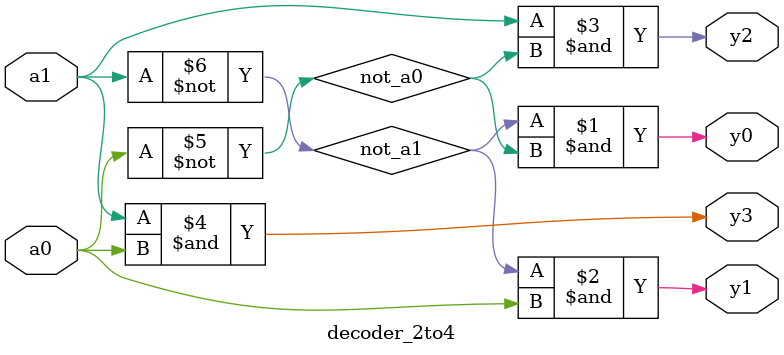
<source format=v>
module decoder_2to4 (
    input wire a0,    // Input bit 0
    input wire a1,    // Input bit 1
    output wire y0,   // Output for a = 00
    output wire y1,   // Output for a = 01
    output wire y2,   // Output for a = 10
    output wire y3    // Output for a = 11
);

    wire not_a0, not_a1;

    // NOT gates for the inputs
    not (not_a0, a0);
    not (not_a1, a1);

    // AND gates for the outputs
    and (y0, not_a1, not_a0); // y0 is high when a1 = 0, a0 = 0 (00)
    and (y1, not_a1, a0);     // y1 is high when a1 = 0, a0 = 1 (01)
    and (y2, a1, not_a0);     // y2 is high when a1 = 1, a0 = 0 (10)
    and (y3, a1, a0);         // y3 is high when a1 = 1, a0 = 1 (11)

endmodule

</source>
